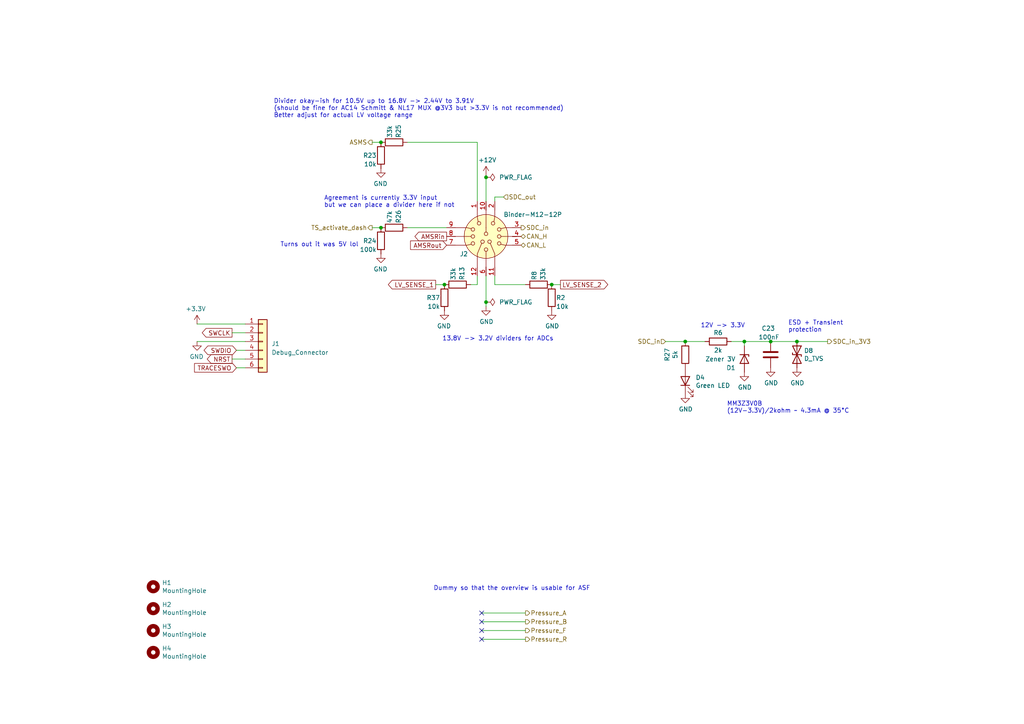
<source format=kicad_sch>
(kicad_sch (version 20230121) (generator eeschema)
  (paper "A4")
  (title_block (title "SDCL - Connections") (date "2021-12-16") (rev "v1.0") (company "FaSTTUBe - Formula Student Team TU Berlin") (comment 1 "Car 113") (comment 2 "EBS Electronics") (comment 3 "Electrical connections: Power, Programming, Buttons, CAN, SDC"))
  (lib_symbols
    (symbol "Connector_Generic:Conn_01x06" (pin_names (offset 1.016) hide)
      (property "Reference" "J" (at 0 7.62 0))
      (property "Value" "Conn_01x06" (at 0 -10.16 0))
      (symbol "Conn_01x06_1_1"
        (rectangle (start -1.27 -7.493) (end 0 -7.747) (stroke (width 0.1524)))
        (rectangle (start -1.27 -4.953) (end 0 -5.207) (stroke (width 0.1524)))
        (rectangle (start -1.27 -2.413) (end 0 -2.667) (stroke (width 0.1524)))
        (rectangle (start -1.27 0.127) (end 0 -0.127) (stroke (width 0.1524)))
        (rectangle (start -1.27 2.667) (end 0 2.413) (stroke (width 0.1524)))
        (rectangle (start -1.27 5.207) (end 0 4.953) (stroke (width 0.1524)))
        (rectangle (start -1.27 6.35) (end 1.27 -8.89) (stroke (width 0.254)) (fill (type background)))
        (pin passive line (at -5.08 5.08 0) (length 3.81) (name "Pin_1") (number "1"))
        (pin passive line (at -5.08 2.54 0) (length 3.81) (name "Pin_2") (number "2"))
        (pin passive line (at -5.08 0 0) (length 3.81) (name "Pin_3") (number "3"))
        (pin passive line (at -5.08 -2.54 0) (length 3.81) (name "Pin_4") (number "4"))
        (pin passive line (at -5.08 -5.08 0) (length 3.81) (name "Pin_5") (number "5"))
        (pin passive line (at -5.08 -7.62 0) (length 3.81) (name "Pin_6") (number "6"))
      )
    )
    (symbol "Custom:Binder-M12-12P" (pin_names (offset 1.016))
      (property "Reference" "J" (at -6.985 -5.715 0))
      (property "Value" "Binder-M12-12P" (at 4.572 6.858 0))
      (symbol "Binder-M12-12P_0_1"
        (circle (center -3.81 2.032) (radius 0.508))
        (circle (center -1.016 -1.524) (radius 0.508))
        (circle (center 0 -3.81) (radius 0.508))
        (polyline (pts (xy -8.89 -2.54) (xy -6.35 -2.54)))
        (polyline (pts (xy -8.89 2.54) (xy -6.35 2.54)))
        (polyline (pts (xy -2.54 -5.08) (xy -2.54 -8.89)))
        (polyline (pts (xy -2.54 6.35) (xy -2.54 7.62)))
        (polyline (pts (xy -1.2446 -1.9558) (xy -2.54 -5.08)))
        (polyline (pts (xy 0 -4.318) (xy 0 -8.89)))
        (polyline (pts (xy 0 2.54) (xy 0 1.27)))
        (polyline (pts (xy 0 2.54) (xy 0 7.62)))
        (polyline (pts (xy 1.2192 -1.9812) (xy 2.54 -5.08)))
        (polyline (pts (xy 2.54 -5.08) (xy 2.54 -8.89)))
        (polyline (pts (xy 2.54 6.35) (xy 2.54 7.62)))
        (polyline (pts (xy 6.35 -2.54) (xy 7.62 -2.54)))
        (polyline (pts (xy 6.35 2.54) (xy 7.62 2.54)))
        (polyline (pts (xy -6.35 2.54) (xy -5.588 2.54) (xy -4.318 2.286)))
        (polyline (pts (xy 6.35 2.54) (xy 5.588 2.54) (xy 4.318 2.286)))
        (circle (center 0 0) (radius 6.35) (fill (type background)))
        (circle (center 0 0.762) (radius 0.508))
        (circle (center 1.016 -1.524) (radius 0.508))
        (circle (center 3.81 2.032) (radius 0.508))
      )
      (symbol "Binder-M12-12P_1_1"
        (circle (center -3.81 -2.032) (radius 0.508))
        (circle (center -3.81 0) (radius 0.508))
        (circle (center -2.032 3.81) (radius 0.508))
        (polyline (pts (xy -4.318 0) (xy -8.89 0)))
        (polyline (pts (xy 4.318 0) (xy 8.89 0)))
        (polyline (pts (xy -6.35 -2.54) (xy -5.588 -2.54) (xy -4.318 -2.286)))
        (polyline (pts (xy -2.54 6.35) (xy -2.54 5.588) (xy -2.286 4.318)))
        (polyline (pts (xy 2.54 6.35) (xy 2.54 5.588) (xy 2.286 4.318)))
        (polyline (pts (xy 6.35 -2.54) (xy 5.588 -2.54) (xy 4.318 -2.286)))
        (circle (center 2.032 3.81) (radius 0.508))
        (circle (center 3.81 -2.032) (radius 0.508))
        (circle (center 3.81 0) (radius 0.508))
        (pin passive line (at -2.54 10.16 270) (length 2.54) (name "~") (number "1"))
        (pin passive line (at 0 10.16 270) (length 2.54) (name "~") (number "10"))
        (pin passive line (at 2.54 -11.43 90) (length 2.54) (name "~") (number "11"))
        (pin passive line (at -2.54 -11.43 90) (length 2.54) (name "~") (number "12"))
        (pin passive line (at 2.54 10.16 270) (length 2.54) (name "~") (number "2"))
        (pin passive line (at 10.16 2.54 180) (length 2.54) (name "~") (number "3"))
        (pin passive line (at 10.16 0 180) (length 2.54) (name "~") (number "4"))
        (pin passive line (at 10.16 -2.54 180) (length 2.54) (name "~") (number "5"))
        (pin passive line (at 0 -11.43 90) (length 2.54) (name "~") (number "6"))
        (pin passive line (at -11.43 -2.54 0) (length 2.54) (name "~") (number "7"))
        (pin passive line (at -11.43 0 0) (length 2.54) (name "~") (number "8"))
        (pin passive line (at -11.43 2.54 0) (length 2.54) (name "~") (number "9"))
      )
    )
    (symbol "Device:C" (pin_numbers hide) (pin_names (offset 0.254))
      (property "Reference" "C" (at 0.635 2.54 0))
      (property "Value" "C" (at 0.635 -2.54 0))
      (symbol "C_0_1"
        (polyline (pts (xy -2.032 -0.762) (xy 2.032 -0.762)) (stroke (width 0.508)))
        (polyline (pts (xy -2.032 0.762) (xy 2.032 0.762)) (stroke (width 0.508)))
      )
      (symbol "C_1_1"
        (pin passive line (at 0 3.81 270) (length 2.794) (name "~") (number "1"))
        (pin passive line (at 0 -3.81 90) (length 2.794) (name "~") (number "2"))
      )
    )
    (symbol "Device:D_TVS" (pin_numbers hide) (pin_names (offset 1.016) hide)
      (property "Reference" "D" (at 0 2.54 0))
      (property "Value" "D_TVS" (at 0 -2.54 0))
      (symbol "D_TVS_0_1"
        (polyline (pts (xy 1.27 0) (xy -1.27 0)))
        (polyline (pts (xy 0.508 1.27) (xy 0 1.27) (xy 0 -1.27) (xy -0.508 -1.27)) (stroke (width 0.254)))
        (polyline (pts (xy -2.54 1.27) (xy -2.54 -1.27) (xy 2.54 1.27) (xy 2.54 -1.27) (xy -2.54 1.27)) (stroke (width 0.254)))
      )
      (symbol "D_TVS_1_1"
        (pin passive line (at -3.81 0 0) (length 2.54) (name "A1") (number "1"))
        (pin passive line (at 3.81 0 180) (length 2.54) (name "A2") (number "2"))
      )
    )
    (symbol "Device:D_Zener" (pin_numbers hide) (pin_names (offset 1.016) hide)
      (property "Reference" "D" (at 0 2.54 0))
      (property "Value" "D_Zener" (at 0 -2.54 0))
      (symbol "D_Zener_0_1"
        (polyline (pts (xy 1.27 0) (xy -1.27 0)))
        (polyline (pts (xy -1.27 -1.27) (xy -1.27 1.27) (xy -0.762 1.27)) (stroke (width 0.254)))
        (polyline (pts (xy 1.27 -1.27) (xy 1.27 1.27) (xy -1.27 0) (xy 1.27 -1.27)) (stroke (width 0.254)))
      )
      (symbol "D_Zener_1_1"
        (pin passive line (at -3.81 0 0) (length 2.54) (name "K") (number "1"))
        (pin passive line (at 3.81 0 180) (length 2.54) (name "A") (number "2"))
      )
    )
    (symbol "Device:LED" (pin_numbers hide) (pin_names (offset 1.016) hide)
      (property "Reference" "D" (at 0 2.54 0))
      (property "Value" "LED" (at 0 -2.54 0))
      (symbol "LED_0_1"
        (polyline (pts (xy -1.27 -1.27) (xy -1.27 1.27)) (stroke (width 0.254)))
        (polyline (pts (xy -1.27 0) (xy 1.27 0)))
        (polyline (pts (xy 1.27 -1.27) (xy 1.27 1.27) (xy -1.27 0) (xy 1.27 -1.27)) (stroke (width 0.254)))
        (polyline (pts (xy -3.048 -0.762) (xy -4.572 -2.286) (xy -3.81 -2.286) (xy -4.572 -2.286) (xy -4.572 -1.524)))
        (polyline (pts (xy -1.778 -0.762) (xy -3.302 -2.286) (xy -2.54 -2.286) (xy -3.302 -2.286) (xy -3.302 -1.524)))
      )
      (symbol "LED_1_1"
        (pin passive line (at -3.81 0 0) (length 2.54) (name "K") (number "1"))
        (pin passive line (at 3.81 0 180) (length 2.54) (name "A") (number "2"))
      )
    )
    (symbol "Device:R" (pin_numbers hide) (pin_names (offset 0))
      (property "Reference" "R" (at 2.032 0 90))
      (property "Value" "R" (at 0 0 90))
      (symbol "R_0_1"
        (rectangle (start -1.016 -2.54) (end 1.016 2.54) (stroke (width 0.254)))
      )
      (symbol "R_1_1"
        (pin passive line (at 0 3.81 270) (length 1.27) (name "~") (number "1"))
        (pin passive line (at 0 -3.81 90) (length 1.27) (name "~") (number "2"))
      )
    )
    (symbol "Mechanical:MountingHole" (pin_names (offset 1.016))
      (property "Reference" "H" (at 0 5.08 0))
      (property "Value" "MountingHole" (at 0 3.175 0))
      (symbol "MountingHole_0_1"
        (circle (center 0 0) (radius 1.27) (stroke (width 1.27)))
      )
    )
    (symbol "power:+12V" (power) (pin_names (offset 0))
      (property "Value" "+12V" (at 0 3.556 0))
      (symbol "+12V_0_1"
        (polyline (pts (xy -0.762 1.27) (xy 0 2.54)))
        (polyline (pts (xy 0 0) (xy 0 2.54)))
        (polyline (pts (xy 0 2.54) (xy 0.762 1.27)))
      )
      (symbol "+12V_1_1"
        (pin power_in line (at 0 0 90) (length 0) hide (name "+12V") (number "1"))
      )
    )
    (symbol "power:+3.3V" (power) (pin_names (offset 0))
      (property "Value" "+3.3V" (at 0 3.556 0))
      (symbol "+3.3V_0_1"
        (polyline (pts (xy -0.762 1.27) (xy 0 2.54)))
        (polyline (pts (xy 0 0) (xy 0 2.54)))
        (polyline (pts (xy 0 2.54) (xy 0.762 1.27)))
      )
      (symbol "+3.3V_1_1"
        (pin power_in line (at 0 0 90) (length 0) hide (name "+3.3V") (number "1"))
      )
    )
    (symbol "power:GND" (power) (pin_names (offset 0))
      (property "Value" "GND" (at 0 -3.81 0))
      (symbol "GND_0_1"
        (polyline (pts (xy 0 0) (xy 0 -1.27) (xy 1.27 -1.27) (xy 0 -2.54) (xy -1.27 -1.27) (xy 0 -1.27)))
      )
      (symbol "GND_1_1"
        (pin power_in line (at 0 0 270) (length 0) hide (name "GND") (number "1"))
      )
    )
    (symbol "power:PWR_FLAG" (power) (pin_numbers hide) (pin_names (offset 0) hide)
      (property "Value" "PWR_FLAG" (at 0 3.81 0))
      (symbol "PWR_FLAG_0_0"
        (pin power_out line (at 0 0 90) (length 0) (name "pwr") (number "1"))
      )
      (symbol "PWR_FLAG_0_1"
        (polyline (pts (xy 0 0) (xy 0 1.27) (xy -1.016 1.905) (xy 0 2.54) (xy 1.016 1.905) (xy 0 1.27)))
      )
    )
  )
  (junction (at 215.9 99.06))
  (junction (at 231.14 99.06))
  (junction (at 110.49 66.04))
  (junction (at 140.97 51.435))
  (junction (at 128.905 82.55))
  (junction (at 110.49 41.275))
  (junction (at 198.755 99.06))
  (junction (at 160.02 82.55))
  (junction (at 223.52 99.06))
  (junction (at 140.97 87.63))
  (no_connect (at 139.7 185.42))
  (no_connect (at 139.7 180.34))
  (no_connect (at 139.7 177.8))
  (no_connect (at 139.7 182.88))
  (wire (pts (xy 140.97 87.63) (xy 140.97 88.9)))
  (wire (pts (xy 68.58 101.6) (xy 71.12 101.6)))
  (wire (pts (xy 68.58 106.68) (xy 71.12 106.68)))
  (wire (pts (xy 215.9 99.06) (xy 223.52 99.06)))
  (wire (pts (xy 67.31 104.14) (xy 71.12 104.14)))
  (wire (pts (xy 215.9 100.33) (xy 215.9 99.06)))
  (wire (pts (xy 223.52 99.06) (xy 231.14 99.06)))
  (wire (pts (xy 118.11 41.275) (xy 138.43 41.275)))
  (wire (pts (xy 107.95 66.04) (xy 110.49 66.04)))
  (wire (pts (xy 198.755 99.06) (xy 204.47 99.06)))
  (wire (pts (xy 57.15 93.98) (xy 71.12 93.98)))
  (wire (pts (xy 139.7 177.8) (xy 152.4 177.8)))
  (wire (pts (xy 136.525 82.55) (xy 138.43 82.55)))
  (wire (pts (xy 126.365 82.55) (xy 128.905 82.55)))
  (wire (pts (xy 193.04 99.06) (xy 198.755 99.06)))
  (wire (pts (xy 140.97 80.01) (xy 140.97 87.63)))
  (wire (pts (xy 143.51 57.15) (xy 146.05 57.15)))
  (wire (pts (xy 57.15 99.06) (xy 71.12 99.06)))
  (wire (pts (xy 118.11 66.04) (xy 129.54 66.04)))
  (wire (pts (xy 143.51 82.55) (xy 152.4 82.55)))
  (wire (pts (xy 143.51 58.42) (xy 143.51 57.15)))
  (wire (pts (xy 138.43 41.275) (xy 138.43 58.42)))
  (wire (pts (xy 107.95 41.275) (xy 110.49 41.275)))
  (wire (pts (xy 143.51 80.01) (xy 143.51 82.55)))
  (wire (pts (xy 140.97 50.8) (xy 140.97 51.435)))
  (wire (pts (xy 139.7 185.42) (xy 152.4 185.42)))
  (wire (pts (xy 139.7 180.34) (xy 152.4 180.34)))
  (wire (pts (xy 138.43 82.55) (xy 138.43 80.01)))
  (wire (pts (xy 162.56 82.55) (xy 160.02 82.55)))
  (wire (pts (xy 67.31 96.52) (xy 71.12 96.52)))
  (wire (pts (xy 231.14 99.06) (xy 240.03 99.06)))
  (wire (pts (xy 212.09 99.06) (xy 215.9 99.06)))
  (wire (pts (xy 140.97 51.435) (xy 140.97 58.42)))
  (wire (pts (xy 139.7 182.88) (xy 152.4 182.88)))
  (text "Dummy so that the overview is usable for ASF" (at 125.73 171.45 0) (effects (font (size 1.27 1.27)) (justify left bottom)))
  (text "12V -> 3.3V" (at 203.2 95.25 0) (effects (font (size 1.27 1.27)) (justify left bottom)))
  (text "MM3Z3V0B\n(12V−3.3V)/2kohm ~ 4.3mA @ 35°C" (at 210.82 120.015 0) (effects (font (size 1.27 1.27)) (justify left bottom)))
  (text "13.8V -> 3.2V dividers for ADCs" (at 128.27 99.06 0) (effects (font (size 1.27 1.27)) (justify left bottom)))
  (text "Turns out it was 5V lol" (at 81.28 71.755 0) (effects (font (size 1.27 1.27)) (justify left bottom)))
  (text "ESD + Transient\nprotection" (at 228.6 96.52 0) (effects (font (size 1.27 1.27)) (justify left bottom)))
  (text "Agreement is currently 3.3V input\nbut we can place a divider here if not" (at 93.98 60.325 0) (effects (font (size 1.27 1.27)) (justify left bottom)))
  (text "Divider okay-ish for 10.5V up to 16.8V -> 2.44V to 3.91V\n(should be fine for AC14 Schmitt & NL17 MUX @3V3 but >3.3V is not recommended)\nBetter adjust for actual LV voltage range" (at 79.375 34.29 0) (effects (font (size 1.27 1.27)) (justify left bottom)))
  (global_label "LV_SENSE_2" (shape output) (at 162.56 82.55 0) (property "Intersheetrefs" "${INTERSHEET_REFS}" (effects hide)))
  (global_label "AMSRin" (shape output) (at 129.54 68.58 180) (property "Intersheetrefs" "${INTERSHEET_REFS}" (effects hide)))
  (global_label "AMSRout" (shape input) (at 129.54 71.12 180) (property "Intersheetrefs" "${INTERSHEET_REFS}" (effects hide)))
  (global_label "LV_SENSE_1" (shape output) (at 126.365 82.55 180) (property "Intersheetrefs" "${INTERSHEET_REFS}" (effects hide)))
  (global_label "TRACESWO" (shape input) (at 68.58 106.68 180) (property "Intersheetrefs" "${INTERSHEET_REFS}" (effects hide)))
  (global_label "NRST" (shape output) (at 67.31 104.14 180) (property "Intersheetrefs" "${INTERSHEET_REFS}" (effects hide)))
  (global_label "SWCLK" (shape output) (at 67.31 96.52 180) (property "Intersheetrefs" "${INTERSHEET_REFS}" (effects hide)))
  (global_label "SWDIO" (shape bidirectional) (at 68.58 101.6 180) (property "Intersheetrefs" "${INTERSHEET_REFS}" (effects hide)))
  (hierarchical_label "SDC_in_3V3" (shape output) (at 240.03 99.06 0))
  (hierarchical_label "Pressure_R" (shape output) (at 152.4 185.42 0))
  (hierarchical_label "SDC_out" (shape input) (at 146.05 57.15 0))
  (hierarchical_label "TS_activate_dash" (shape output) (at 107.95 66.04 180))
  (hierarchical_label "Pressure_B" (shape output) (at 152.4 180.34 0))
  (hierarchical_label "ASMS" (shape output) (at 107.95 41.275 180))
  (hierarchical_label "SDC_in" (shape output) (at 151.13 66.04 0))
  (hierarchical_label "CAN_H" (shape bidirectional) (at 151.13 68.58 0))
  (hierarchical_label "Pressure_F" (shape output) (at 152.4 182.88 0))
  (hierarchical_label "SDC_in" (shape input) (at 193.04 99.06 180))
  (hierarchical_label "CAN_L" (shape bidirectional) (at 151.13 71.12 0))
  (hierarchical_label "Pressure_A" (shape output) (at 152.4 177.8 0))
  (symbol (lib_id "Device:R") (at 208.28 99.06 90) (mirror x) (unit 1)
    (property "Reference" "R6" (at 208.28 96.52 90))
    (property "Value" "2k" (at 208.28 101.6 90))
    (property "Footprint" "Resistor_SMD:R_0603_1608Metric_Pad0.98x0.95mm_HandSolder" (effects hide))
  )
  (symbol (lib_id "power:GND") (at 215.9 107.95 0) (unit 1)
    (property "Reference" "#PWR0101" (effects hide))
    (property "Value" "GND" (at 216.027 112.3442 0))
  )
  (symbol (lib_id "power:GND") (at 231.14 106.68 0) (unit 1)
    (property "Reference" "#PWR0102" (effects hide))
    (property "Value" "GND" (at 231.267 111.0742 0))
  )
  (symbol (lib_id "Device:C") (at 223.52 102.87 180) (unit 1)
    (property "Reference" "C23" (at 224.79 95.25 0) (effects (justify left)))
    (property "Value" "100nF" (at 226.06 97.79 0) (effects (justify left)))
    (property "Footprint" "Capacitor_SMD:C_0603_1608Metric_Pad1.08x0.95mm_HandSolder" (effects hide))
  )
  (symbol (lib_id "power:GND") (at 223.52 106.68 0) (unit 1)
    (property "Reference" "#PWR0104" (effects hide))
    (property "Value" "GND" (at 223.647 111.0742 0))
  )
  (symbol (lib_id "Device:D_TVS") (at 231.14 102.87 270) (unit 1)
    (property "Reference" "D8" (at 233.172 101.7016 90) (effects (justify left)))
    (property "Value" "D_TVS" (at 233.172 104.013 90) (effects (justify left)))
    (property "Footprint" "Diode_SMD:D_SOD-323_HandSoldering" (effects hide))
  )
  (symbol (lib_id "Mechanical:MountingHole") (at 44.45 170.18 0) (unit 1)
    (property "Reference" "H1" (at 46.99 169.0116 0) (effects (justify left)))
    (property "Value" "MountingHole" (at 46.99 171.323 0) (effects (justify left)))
    (property "Footprint" "MountingHole:MountingHole_3.2mm_M3" (effects hide))
  )
  (symbol (lib_id "Mechanical:MountingHole") (at 44.45 176.53 0) (unit 1)
    (property "Reference" "H2" (at 46.99 175.3616 0) (effects (justify left)))
    (property "Value" "MountingHole" (at 46.99 177.673 0) (effects (justify left)))
    (property "Footprint" "MountingHole:MountingHole_3.2mm_M3" (effects hide))
  )
  (symbol (lib_id "Mechanical:MountingHole") (at 44.45 182.88 0) (unit 1)
    (property "Reference" "H3" (at 46.99 181.7116 0) (effects (justify left)))
    (property "Value" "MountingHole" (at 46.99 184.023 0) (effects (justify left)))
    (property "Footprint" "MountingHole:MountingHole_3.2mm_M3" (effects hide))
  )
  (symbol (lib_id "power:+12V") (at 140.97 50.8 0) (unit 1)
    (property "Reference" "#PWR0106" (effects hide))
    (property "Value" "+12V" (at 141.351 46.4058 0))
  )
  (symbol (lib_id "power:+3.3V") (at 57.15 93.98 0) (mirror y) (unit 1)
    (property "Reference" "#PWR0141" (effects hide))
    (property "Value" "+3.3V" (at 56.769 89.5858 0))
  )
  (symbol (lib_id "power:GND") (at 57.15 99.06 0) (mirror y) (unit 1)
    (property "Reference" "#PWR0164" (effects hide))
    (property "Value" "GND" (at 57.023 103.4542 0))
  )
  (symbol (lib_id "power:GND") (at 140.97 88.9 0) (unit 1)
    (property "Reference" "#PWR0110" (effects hide))
    (property "Value" "GND" (at 141.097 93.2942 0))
  )
  (symbol (lib_id "Custom:Binder-M12-12P") (at 140.97 68.58 0) (unit 1)
    (property "Reference" "J2" (at 133.35 73.66 0) (effects (justify left)))
    (property "Value" "Binder-M12-12P" (at 146.05 62.23 0) (effects (justify left)))
    (property "Footprint" "Custom:Binder_M12-A_12P_Female" (effects hide))
    (property "Datasheet" "http://www.mouser.com/ds/2/18/40_c091_abd_e-75918.pdf" (effects hide))
  )
  (symbol (lib_id "Device:D_Zener") (at 215.9 104.14 270) (unit 1)
    (property "Reference" "D1" (at 213.36 106.68 90) (effects (justify right)))
    (property "Value" "Zener 3V" (at 213.36 104.14 90) (effects (justify right)))
    (property "Footprint" "Diode_SMD:D_SOD-323_HandSoldering" (effects hide))
  )
  (symbol (lib_id "Device:R") (at 198.755 102.87 180) (unit 1)
    (property "Reference" "R27" (at 193.4972 102.87 90))
    (property "Value" "5k" (at 195.8086 102.87 90))
    (property "Footprint" "Resistor_SMD:R_0603_1608Metric_Pad0.98x0.95mm_HandSolder" (effects hide))
  )
  (symbol (lib_id "power:GND") (at 110.49 73.66 0) (mirror y) (unit 1)
    (property "Reference" "#PWR011" (effects hide))
    (property "Value" "GND" (at 110.363 78.0542 0))
  )
  (symbol (lib_id "power:GND") (at 128.905 90.17 0) (mirror y) (unit 1)
    (property "Reference" "#PWR0111" (effects hide))
    (property "Value" "GND" (at 128.778 94.5642 0))
  )
  (symbol (lib_id "Device:R") (at 114.3 66.04 270) (mirror x) (unit 1)
    (property "Reference" "R26" (at 115.57 64.77 0) (effects (justify left)))
    (property "Value" "47k" (at 113.03 64.77 0) (effects (justify left)))
    (property "Footprint" "Resistor_SMD:R_0603_1608Metric_Pad0.98x0.95mm_HandSolder" (effects hide))
  )
  (symbol (lib_id "power:GND") (at 160.02 90.17 0) (unit 1)
    (property "Reference" "#PWR0114" (effects hide))
    (property "Value" "GND" (at 160.147 94.5642 0))
  )
  (symbol (lib_id "Device:R") (at 156.21 82.55 90) (unit 1)
    (property "Reference" "R8" (at 154.94 81.28 0) (effects (justify left)))
    (property "Value" "33k" (at 157.48 81.28 0) (effects (justify left)))
    (property "Footprint" "Resistor_SMD:R_0603_1608Metric_Pad0.98x0.95mm_HandSolder" (effects hide))
  )
  (symbol (lib_id "Device:R") (at 132.715 82.55 270) (mirror x) (unit 1)
    (property "Reference" "R13" (at 133.985 81.28 0) (effects (justify left)))
    (property "Value" "33k" (at 131.445 81.28 0) (effects (justify left)))
    (property "Footprint" "Resistor_SMD:R_0603_1608Metric_Pad0.98x0.95mm_HandSolder" (effects hide))
  )
  (symbol (lib_id "Device:LED") (at 198.755 110.49 90) (unit 1)
    (property "Reference" "D4" (at 201.7522 109.4994 90) (effects (justify right)))
    (property "Value" "Green LED" (at 201.7522 111.8108 90) (effects (justify right)))
    (property "Footprint" "Diode_SMD:D_0603_1608Metric_Pad1.05x0.95mm_HandSolder" (effects hide))
  )
  (symbol (lib_id "Device:R") (at 110.49 69.85 0) (mirror y) (unit 1)
    (property "Reference" "R24" (at 109.22 69.85 0) (effects (justify left)))
    (property "Value" "100k" (at 109.22 72.39 0) (effects (justify left)))
    (property "Footprint" "Resistor_SMD:R_0603_1608Metric_Pad0.98x0.95mm_HandSolder" (effects hide))
  )
  (symbol (lib_id "Device:R") (at 128.905 86.36 0) (mirror y) (unit 1)
    (property "Reference" "R37" (at 127.635 86.36 0) (effects (justify left)))
    (property "Value" "10k" (at 127.635 88.9 0) (effects (justify left)))
    (property "Footprint" "Resistor_SMD:R_0603_1608Metric_Pad0.98x0.95mm_HandSolder" (effects hide))
  )
  (symbol (lib_id "power:PWR_FLAG") (at 140.97 51.435 270) (unit 1)
    (property "Reference" "#FLG0102" (effects hide))
    (property "Value" "PWR_FLAG" (at 144.78 51.4349 90) (effects (justify left)))
  )
  (symbol (lib_id "Mechanical:MountingHole") (at 44.45 189.23 0) (unit 1)
    (property "Reference" "H4" (at 46.99 188.0616 0) (effects (justify left)))
    (property "Value" "MountingHole" (at 46.99 190.373 0) (effects (justify left)))
    (property "Footprint" "MountingHole:MountingHole_3.2mm_M3" (effects hide))
  )
  (symbol (lib_id "Device:R") (at 110.49 45.085 0) (mirror y) (unit 1)
    (property "Reference" "R23" (at 109.22 45.085 0) (effects (justify left)))
    (property "Value" "10k" (at 109.22 47.625 0) (effects (justify left)))
    (property "Footprint" "Resistor_SMD:R_0603_1608Metric_Pad0.98x0.95mm_HandSolder" (effects hide))
  )
  (symbol (lib_id "power:PWR_FLAG") (at 140.97 87.63 270) (unit 1)
    (property "Reference" "#FLG0103" (effects hide))
    (property "Value" "PWR_FLAG" (at 144.78 87.6299 90) (effects (justify left)))
  )
  (symbol (lib_id "power:GND") (at 110.49 48.895 0) (mirror y) (unit 1)
    (property "Reference" "#PWR010" (effects hide))
    (property "Value" "GND" (at 110.363 53.2892 0))
  )
  (symbol (lib_id "Device:R") (at 114.3 41.275 270) (mirror x) (unit 1)
    (property "Reference" "R25" (at 115.57 40.005 0) (effects (justify left)))
    (property "Value" "33k" (at 113.03 40.005 0) (effects (justify left)))
    (property "Footprint" "Resistor_SMD:R_0603_1608Metric_Pad0.98x0.95mm_HandSolder" (effects hide))
  )
  (symbol (lib_id "Connector_Generic:Conn_01x06") (at 76.2 99.06 0) (unit 1)
    (property "Reference" "J1" (at 78.74 99.695 0) (effects (justify left)))
    (property "Value" "Debug_Connector" (at 78.74 102.235 0) (effects (justify left)))
    (property "Footprint" "Connector_PinHeader_2.54mm:PinHeader_1x06_P2.54mm_Vertical" (effects hide))
  )
  (symbol (lib_id "power:GND") (at 198.755 114.3 0) (unit 1)
    (property "Reference" "#PWR012" (effects hide))
    (property "Value" "GND" (at 198.882 118.6942 0))
  )
  (symbol (lib_id "Device:R") (at 160.02 86.36 0) (unit 1)
    (property "Reference" "R2" (at 161.29 86.36 0) (effects (justify left)))
    (property "Value" "10k" (at 161.29 88.9 0) (effects (justify left)))
    (property "Footprint" "Resistor_SMD:R_0603_1608Metric_Pad0.98x0.95mm_HandSolder" (effects hide))
  )
)
</source>
